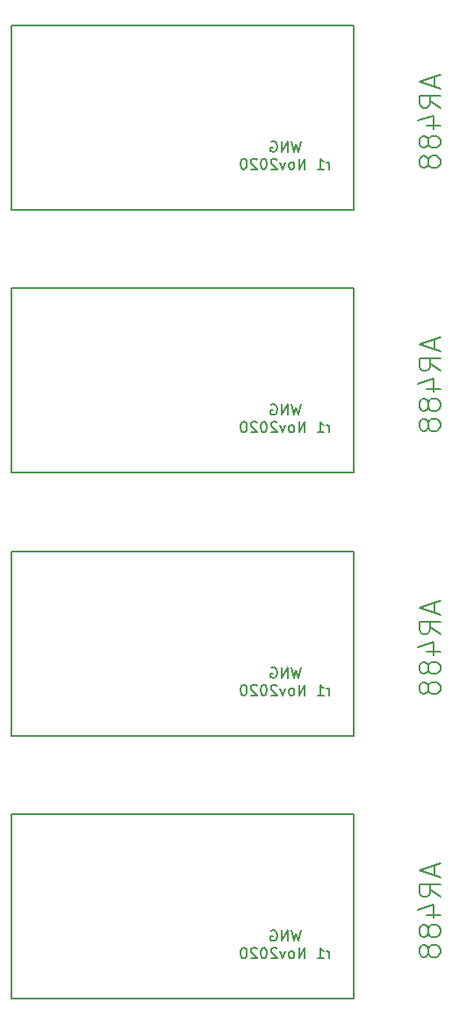
<source format=gbr>
G04 #@! TF.GenerationSoftware,KiCad,Pcbnew,5.1.7-a382d34a8~87~ubuntu20.04.1*
G04 #@! TF.CreationDate,2020-11-15T14:17:37+09:00*
G04 #@! TF.ProjectId,adapter-panel,61646170-7465-4722-9d70-616e656c2e6b,rev?*
G04 #@! TF.SameCoordinates,Original*
G04 #@! TF.FileFunction,Legend,Bot*
G04 #@! TF.FilePolarity,Positive*
%FSLAX46Y46*%
G04 Gerber Fmt 4.6, Leading zero omitted, Abs format (unit mm)*
G04 Created by KiCad (PCBNEW 5.1.7-a382d34a8~87~ubuntu20.04.1) date 2020-11-15 14:17:37*
%MOMM*%
%LPD*%
G01*
G04 APERTURE LIST*
%ADD10C,0.203200*%
%ADD11C,0.152400*%
%ADD12C,0.150000*%
G04 APERTURE END LIST*
D10*
X118058666Y-145847366D02*
X118058666Y-146814985D01*
X118639238Y-145653842D02*
X116607238Y-146331175D01*
X118639238Y-147008509D01*
X118639238Y-148846985D02*
X117671619Y-148169652D01*
X118639238Y-147685842D02*
X116607238Y-147685842D01*
X116607238Y-148459937D01*
X116704000Y-148653461D01*
X116800761Y-148750223D01*
X116994285Y-148846985D01*
X117284571Y-148846985D01*
X117478095Y-148750223D01*
X117574857Y-148653461D01*
X117671619Y-148459937D01*
X117671619Y-147685842D01*
X117284571Y-150588699D02*
X118639238Y-150588699D01*
X116510476Y-150104890D02*
X117961904Y-149621080D01*
X117961904Y-150878985D01*
X117478095Y-151943366D02*
X117381333Y-151749842D01*
X117284571Y-151653080D01*
X117091047Y-151556318D01*
X116994285Y-151556318D01*
X116800761Y-151653080D01*
X116704000Y-151749842D01*
X116607238Y-151943366D01*
X116607238Y-152330413D01*
X116704000Y-152523937D01*
X116800761Y-152620699D01*
X116994285Y-152717461D01*
X117091047Y-152717461D01*
X117284571Y-152620699D01*
X117381333Y-152523937D01*
X117478095Y-152330413D01*
X117478095Y-151943366D01*
X117574857Y-151749842D01*
X117671619Y-151653080D01*
X117865142Y-151556318D01*
X118252190Y-151556318D01*
X118445714Y-151653080D01*
X118542476Y-151749842D01*
X118639238Y-151943366D01*
X118639238Y-152330413D01*
X118542476Y-152523937D01*
X118445714Y-152620699D01*
X118252190Y-152717461D01*
X117865142Y-152717461D01*
X117671619Y-152620699D01*
X117574857Y-152523937D01*
X117478095Y-152330413D01*
X117478095Y-153878604D02*
X117381333Y-153685080D01*
X117284571Y-153588318D01*
X117091047Y-153491556D01*
X116994285Y-153491556D01*
X116800761Y-153588318D01*
X116704000Y-153685080D01*
X116607238Y-153878604D01*
X116607238Y-154265652D01*
X116704000Y-154459175D01*
X116800761Y-154555937D01*
X116994285Y-154652699D01*
X117091047Y-154652699D01*
X117284571Y-154555937D01*
X117381333Y-154459175D01*
X117478095Y-154265652D01*
X117478095Y-153878604D01*
X117574857Y-153685080D01*
X117671619Y-153588318D01*
X117865142Y-153491556D01*
X118252190Y-153491556D01*
X118445714Y-153588318D01*
X118542476Y-153685080D01*
X118639238Y-153878604D01*
X118639238Y-154265652D01*
X118542476Y-154459175D01*
X118445714Y-154555937D01*
X118252190Y-154652699D01*
X117865142Y-154652699D01*
X117671619Y-154555937D01*
X117574857Y-154459175D01*
X117478095Y-154265652D01*
D11*
X105174819Y-152081252D02*
X104932914Y-153097252D01*
X104739390Y-152371537D01*
X104545866Y-153097252D01*
X104303961Y-152081252D01*
X103916914Y-153097252D02*
X103916914Y-152081252D01*
X103336342Y-153097252D01*
X103336342Y-152081252D01*
X102320342Y-152129633D02*
X102417104Y-152081252D01*
X102562247Y-152081252D01*
X102707390Y-152129633D01*
X102804152Y-152226394D01*
X102852533Y-152323156D01*
X102900914Y-152516680D01*
X102900914Y-152661823D01*
X102852533Y-152855347D01*
X102804152Y-152952109D01*
X102707390Y-153048871D01*
X102562247Y-153097252D01*
X102465485Y-153097252D01*
X102320342Y-153048871D01*
X102271961Y-153000490D01*
X102271961Y-152661823D01*
X102465485Y-152661823D01*
X107956723Y-154773652D02*
X107956723Y-154096318D01*
X107956723Y-154289842D02*
X107908342Y-154193080D01*
X107859961Y-154144699D01*
X107763200Y-154096318D01*
X107666438Y-154096318D01*
X106795580Y-154773652D02*
X107376152Y-154773652D01*
X107085866Y-154773652D02*
X107085866Y-153757652D01*
X107182628Y-153902794D01*
X107279390Y-153999556D01*
X107376152Y-154047937D01*
X105586057Y-154773652D02*
X105586057Y-153757652D01*
X105005485Y-154773652D01*
X105005485Y-153757652D01*
X104376533Y-154773652D02*
X104473295Y-154725271D01*
X104521676Y-154676890D01*
X104570057Y-154580128D01*
X104570057Y-154289842D01*
X104521676Y-154193080D01*
X104473295Y-154144699D01*
X104376533Y-154096318D01*
X104231390Y-154096318D01*
X104134628Y-154144699D01*
X104086247Y-154193080D01*
X104037866Y-154289842D01*
X104037866Y-154580128D01*
X104086247Y-154676890D01*
X104134628Y-154725271D01*
X104231390Y-154773652D01*
X104376533Y-154773652D01*
X103699200Y-154096318D02*
X103457295Y-154773652D01*
X103215390Y-154096318D01*
X102876723Y-153854413D02*
X102828342Y-153806033D01*
X102731580Y-153757652D01*
X102489676Y-153757652D01*
X102392914Y-153806033D01*
X102344533Y-153854413D01*
X102296152Y-153951175D01*
X102296152Y-154047937D01*
X102344533Y-154193080D01*
X102925104Y-154773652D01*
X102296152Y-154773652D01*
X101667200Y-153757652D02*
X101570438Y-153757652D01*
X101473676Y-153806033D01*
X101425295Y-153854413D01*
X101376914Y-153951175D01*
X101328533Y-154144699D01*
X101328533Y-154386604D01*
X101376914Y-154580128D01*
X101425295Y-154676890D01*
X101473676Y-154725271D01*
X101570438Y-154773652D01*
X101667200Y-154773652D01*
X101763961Y-154725271D01*
X101812342Y-154676890D01*
X101860723Y-154580128D01*
X101909104Y-154386604D01*
X101909104Y-154144699D01*
X101860723Y-153951175D01*
X101812342Y-153854413D01*
X101763961Y-153806033D01*
X101667200Y-153757652D01*
X100941485Y-153854413D02*
X100893104Y-153806033D01*
X100796342Y-153757652D01*
X100554438Y-153757652D01*
X100457676Y-153806033D01*
X100409295Y-153854413D01*
X100360914Y-153951175D01*
X100360914Y-154047937D01*
X100409295Y-154193080D01*
X100989866Y-154773652D01*
X100360914Y-154773652D01*
X99731961Y-153757652D02*
X99635200Y-153757652D01*
X99538438Y-153806033D01*
X99490057Y-153854413D01*
X99441676Y-153951175D01*
X99393295Y-154144699D01*
X99393295Y-154386604D01*
X99441676Y-154580128D01*
X99490057Y-154676890D01*
X99538438Y-154725271D01*
X99635200Y-154773652D01*
X99731961Y-154773652D01*
X99828723Y-154725271D01*
X99877104Y-154676890D01*
X99925485Y-154580128D01*
X99973866Y-154386604D01*
X99973866Y-154144699D01*
X99925485Y-153951175D01*
X99877104Y-153854413D01*
X99828723Y-153806033D01*
X99731961Y-153757652D01*
D10*
X118058666Y-120487355D02*
X118058666Y-121454974D01*
X118639238Y-120293831D02*
X116607238Y-120971164D01*
X118639238Y-121648498D01*
X118639238Y-123486974D02*
X117671619Y-122809641D01*
X118639238Y-122325831D02*
X116607238Y-122325831D01*
X116607238Y-123099926D01*
X116704000Y-123293450D01*
X116800761Y-123390212D01*
X116994285Y-123486974D01*
X117284571Y-123486974D01*
X117478095Y-123390212D01*
X117574857Y-123293450D01*
X117671619Y-123099926D01*
X117671619Y-122325831D01*
X117284571Y-125228688D02*
X118639238Y-125228688D01*
X116510476Y-124744879D02*
X117961904Y-124261069D01*
X117961904Y-125518974D01*
X117478095Y-126583355D02*
X117381333Y-126389831D01*
X117284571Y-126293069D01*
X117091047Y-126196307D01*
X116994285Y-126196307D01*
X116800761Y-126293069D01*
X116704000Y-126389831D01*
X116607238Y-126583355D01*
X116607238Y-126970402D01*
X116704000Y-127163926D01*
X116800761Y-127260688D01*
X116994285Y-127357450D01*
X117091047Y-127357450D01*
X117284571Y-127260688D01*
X117381333Y-127163926D01*
X117478095Y-126970402D01*
X117478095Y-126583355D01*
X117574857Y-126389831D01*
X117671619Y-126293069D01*
X117865142Y-126196307D01*
X118252190Y-126196307D01*
X118445714Y-126293069D01*
X118542476Y-126389831D01*
X118639238Y-126583355D01*
X118639238Y-126970402D01*
X118542476Y-127163926D01*
X118445714Y-127260688D01*
X118252190Y-127357450D01*
X117865142Y-127357450D01*
X117671619Y-127260688D01*
X117574857Y-127163926D01*
X117478095Y-126970402D01*
X117478095Y-128518593D02*
X117381333Y-128325069D01*
X117284571Y-128228307D01*
X117091047Y-128131545D01*
X116994285Y-128131545D01*
X116800761Y-128228307D01*
X116704000Y-128325069D01*
X116607238Y-128518593D01*
X116607238Y-128905641D01*
X116704000Y-129099164D01*
X116800761Y-129195926D01*
X116994285Y-129292688D01*
X117091047Y-129292688D01*
X117284571Y-129195926D01*
X117381333Y-129099164D01*
X117478095Y-128905641D01*
X117478095Y-128518593D01*
X117574857Y-128325069D01*
X117671619Y-128228307D01*
X117865142Y-128131545D01*
X118252190Y-128131545D01*
X118445714Y-128228307D01*
X118542476Y-128325069D01*
X118639238Y-128518593D01*
X118639238Y-128905641D01*
X118542476Y-129099164D01*
X118445714Y-129195926D01*
X118252190Y-129292688D01*
X117865142Y-129292688D01*
X117671619Y-129195926D01*
X117574857Y-129099164D01*
X117478095Y-128905641D01*
D11*
X105174819Y-126721241D02*
X104932914Y-127737241D01*
X104739390Y-127011526D01*
X104545866Y-127737241D01*
X104303961Y-126721241D01*
X103916914Y-127737241D02*
X103916914Y-126721241D01*
X103336342Y-127737241D01*
X103336342Y-126721241D01*
X102320342Y-126769622D02*
X102417104Y-126721241D01*
X102562247Y-126721241D01*
X102707390Y-126769622D01*
X102804152Y-126866383D01*
X102852533Y-126963145D01*
X102900914Y-127156669D01*
X102900914Y-127301812D01*
X102852533Y-127495336D01*
X102804152Y-127592098D01*
X102707390Y-127688860D01*
X102562247Y-127737241D01*
X102465485Y-127737241D01*
X102320342Y-127688860D01*
X102271961Y-127640479D01*
X102271961Y-127301812D01*
X102465485Y-127301812D01*
X107956723Y-129413641D02*
X107956723Y-128736307D01*
X107956723Y-128929831D02*
X107908342Y-128833069D01*
X107859961Y-128784688D01*
X107763200Y-128736307D01*
X107666438Y-128736307D01*
X106795580Y-129413641D02*
X107376152Y-129413641D01*
X107085866Y-129413641D02*
X107085866Y-128397641D01*
X107182628Y-128542783D01*
X107279390Y-128639545D01*
X107376152Y-128687926D01*
X105586057Y-129413641D02*
X105586057Y-128397641D01*
X105005485Y-129413641D01*
X105005485Y-128397641D01*
X104376533Y-129413641D02*
X104473295Y-129365260D01*
X104521676Y-129316879D01*
X104570057Y-129220117D01*
X104570057Y-128929831D01*
X104521676Y-128833069D01*
X104473295Y-128784688D01*
X104376533Y-128736307D01*
X104231390Y-128736307D01*
X104134628Y-128784688D01*
X104086247Y-128833069D01*
X104037866Y-128929831D01*
X104037866Y-129220117D01*
X104086247Y-129316879D01*
X104134628Y-129365260D01*
X104231390Y-129413641D01*
X104376533Y-129413641D01*
X103699200Y-128736307D02*
X103457295Y-129413641D01*
X103215390Y-128736307D01*
X102876723Y-128494402D02*
X102828342Y-128446022D01*
X102731580Y-128397641D01*
X102489676Y-128397641D01*
X102392914Y-128446022D01*
X102344533Y-128494402D01*
X102296152Y-128591164D01*
X102296152Y-128687926D01*
X102344533Y-128833069D01*
X102925104Y-129413641D01*
X102296152Y-129413641D01*
X101667200Y-128397641D02*
X101570438Y-128397641D01*
X101473676Y-128446022D01*
X101425295Y-128494402D01*
X101376914Y-128591164D01*
X101328533Y-128784688D01*
X101328533Y-129026593D01*
X101376914Y-129220117D01*
X101425295Y-129316879D01*
X101473676Y-129365260D01*
X101570438Y-129413641D01*
X101667200Y-129413641D01*
X101763961Y-129365260D01*
X101812342Y-129316879D01*
X101860723Y-129220117D01*
X101909104Y-129026593D01*
X101909104Y-128784688D01*
X101860723Y-128591164D01*
X101812342Y-128494402D01*
X101763961Y-128446022D01*
X101667200Y-128397641D01*
X100941485Y-128494402D02*
X100893104Y-128446022D01*
X100796342Y-128397641D01*
X100554438Y-128397641D01*
X100457676Y-128446022D01*
X100409295Y-128494402D01*
X100360914Y-128591164D01*
X100360914Y-128687926D01*
X100409295Y-128833069D01*
X100989866Y-129413641D01*
X100360914Y-129413641D01*
X99731961Y-128397641D02*
X99635200Y-128397641D01*
X99538438Y-128446022D01*
X99490057Y-128494402D01*
X99441676Y-128591164D01*
X99393295Y-128784688D01*
X99393295Y-129026593D01*
X99441676Y-129220117D01*
X99490057Y-129316879D01*
X99538438Y-129365260D01*
X99635200Y-129413641D01*
X99731961Y-129413641D01*
X99828723Y-129365260D01*
X99877104Y-129316879D01*
X99925485Y-129220117D01*
X99973866Y-129026593D01*
X99973866Y-128784688D01*
X99925485Y-128591164D01*
X99877104Y-128494402D01*
X99828723Y-128446022D01*
X99731961Y-128397641D01*
D10*
X118058666Y-95127344D02*
X118058666Y-96094963D01*
X118639238Y-94933820D02*
X116607238Y-95611153D01*
X118639238Y-96288487D01*
X118639238Y-98126963D02*
X117671619Y-97449630D01*
X118639238Y-96965820D02*
X116607238Y-96965820D01*
X116607238Y-97739915D01*
X116704000Y-97933439D01*
X116800761Y-98030201D01*
X116994285Y-98126963D01*
X117284571Y-98126963D01*
X117478095Y-98030201D01*
X117574857Y-97933439D01*
X117671619Y-97739915D01*
X117671619Y-96965820D01*
X117284571Y-99868677D02*
X118639238Y-99868677D01*
X116510476Y-99384868D02*
X117961904Y-98901058D01*
X117961904Y-100158963D01*
X117478095Y-101223344D02*
X117381333Y-101029820D01*
X117284571Y-100933058D01*
X117091047Y-100836296D01*
X116994285Y-100836296D01*
X116800761Y-100933058D01*
X116704000Y-101029820D01*
X116607238Y-101223344D01*
X116607238Y-101610391D01*
X116704000Y-101803915D01*
X116800761Y-101900677D01*
X116994285Y-101997439D01*
X117091047Y-101997439D01*
X117284571Y-101900677D01*
X117381333Y-101803915D01*
X117478095Y-101610391D01*
X117478095Y-101223344D01*
X117574857Y-101029820D01*
X117671619Y-100933058D01*
X117865142Y-100836296D01*
X118252190Y-100836296D01*
X118445714Y-100933058D01*
X118542476Y-101029820D01*
X118639238Y-101223344D01*
X118639238Y-101610391D01*
X118542476Y-101803915D01*
X118445714Y-101900677D01*
X118252190Y-101997439D01*
X117865142Y-101997439D01*
X117671619Y-101900677D01*
X117574857Y-101803915D01*
X117478095Y-101610391D01*
X117478095Y-103158582D02*
X117381333Y-102965058D01*
X117284571Y-102868296D01*
X117091047Y-102771534D01*
X116994285Y-102771534D01*
X116800761Y-102868296D01*
X116704000Y-102965058D01*
X116607238Y-103158582D01*
X116607238Y-103545630D01*
X116704000Y-103739153D01*
X116800761Y-103835915D01*
X116994285Y-103932677D01*
X117091047Y-103932677D01*
X117284571Y-103835915D01*
X117381333Y-103739153D01*
X117478095Y-103545630D01*
X117478095Y-103158582D01*
X117574857Y-102965058D01*
X117671619Y-102868296D01*
X117865142Y-102771534D01*
X118252190Y-102771534D01*
X118445714Y-102868296D01*
X118542476Y-102965058D01*
X118639238Y-103158582D01*
X118639238Y-103545630D01*
X118542476Y-103739153D01*
X118445714Y-103835915D01*
X118252190Y-103932677D01*
X117865142Y-103932677D01*
X117671619Y-103835915D01*
X117574857Y-103739153D01*
X117478095Y-103545630D01*
D11*
X105174819Y-101361230D02*
X104932914Y-102377230D01*
X104739390Y-101651515D01*
X104545866Y-102377230D01*
X104303961Y-101361230D01*
X103916914Y-102377230D02*
X103916914Y-101361230D01*
X103336342Y-102377230D01*
X103336342Y-101361230D01*
X102320342Y-101409611D02*
X102417104Y-101361230D01*
X102562247Y-101361230D01*
X102707390Y-101409611D01*
X102804152Y-101506372D01*
X102852533Y-101603134D01*
X102900914Y-101796658D01*
X102900914Y-101941801D01*
X102852533Y-102135325D01*
X102804152Y-102232087D01*
X102707390Y-102328849D01*
X102562247Y-102377230D01*
X102465485Y-102377230D01*
X102320342Y-102328849D01*
X102271961Y-102280468D01*
X102271961Y-101941801D01*
X102465485Y-101941801D01*
X107956723Y-104053630D02*
X107956723Y-103376296D01*
X107956723Y-103569820D02*
X107908342Y-103473058D01*
X107859961Y-103424677D01*
X107763200Y-103376296D01*
X107666438Y-103376296D01*
X106795580Y-104053630D02*
X107376152Y-104053630D01*
X107085866Y-104053630D02*
X107085866Y-103037630D01*
X107182628Y-103182772D01*
X107279390Y-103279534D01*
X107376152Y-103327915D01*
X105586057Y-104053630D02*
X105586057Y-103037630D01*
X105005485Y-104053630D01*
X105005485Y-103037630D01*
X104376533Y-104053630D02*
X104473295Y-104005249D01*
X104521676Y-103956868D01*
X104570057Y-103860106D01*
X104570057Y-103569820D01*
X104521676Y-103473058D01*
X104473295Y-103424677D01*
X104376533Y-103376296D01*
X104231390Y-103376296D01*
X104134628Y-103424677D01*
X104086247Y-103473058D01*
X104037866Y-103569820D01*
X104037866Y-103860106D01*
X104086247Y-103956868D01*
X104134628Y-104005249D01*
X104231390Y-104053630D01*
X104376533Y-104053630D01*
X103699200Y-103376296D02*
X103457295Y-104053630D01*
X103215390Y-103376296D01*
X102876723Y-103134391D02*
X102828342Y-103086011D01*
X102731580Y-103037630D01*
X102489676Y-103037630D01*
X102392914Y-103086011D01*
X102344533Y-103134391D01*
X102296152Y-103231153D01*
X102296152Y-103327915D01*
X102344533Y-103473058D01*
X102925104Y-104053630D01*
X102296152Y-104053630D01*
X101667200Y-103037630D02*
X101570438Y-103037630D01*
X101473676Y-103086011D01*
X101425295Y-103134391D01*
X101376914Y-103231153D01*
X101328533Y-103424677D01*
X101328533Y-103666582D01*
X101376914Y-103860106D01*
X101425295Y-103956868D01*
X101473676Y-104005249D01*
X101570438Y-104053630D01*
X101667200Y-104053630D01*
X101763961Y-104005249D01*
X101812342Y-103956868D01*
X101860723Y-103860106D01*
X101909104Y-103666582D01*
X101909104Y-103424677D01*
X101860723Y-103231153D01*
X101812342Y-103134391D01*
X101763961Y-103086011D01*
X101667200Y-103037630D01*
X100941485Y-103134391D02*
X100893104Y-103086011D01*
X100796342Y-103037630D01*
X100554438Y-103037630D01*
X100457676Y-103086011D01*
X100409295Y-103134391D01*
X100360914Y-103231153D01*
X100360914Y-103327915D01*
X100409295Y-103473058D01*
X100989866Y-104053630D01*
X100360914Y-104053630D01*
X99731961Y-103037630D02*
X99635200Y-103037630D01*
X99538438Y-103086011D01*
X99490057Y-103134391D01*
X99441676Y-103231153D01*
X99393295Y-103424677D01*
X99393295Y-103666582D01*
X99441676Y-103860106D01*
X99490057Y-103956868D01*
X99538438Y-104005249D01*
X99635200Y-104053630D01*
X99731961Y-104053630D01*
X99828723Y-104005249D01*
X99877104Y-103956868D01*
X99925485Y-103860106D01*
X99973866Y-103666582D01*
X99973866Y-103424677D01*
X99925485Y-103231153D01*
X99877104Y-103134391D01*
X99828723Y-103086011D01*
X99731961Y-103037630D01*
D10*
X118058666Y-69767333D02*
X118058666Y-70734952D01*
X118639238Y-69573809D02*
X116607238Y-70251142D01*
X118639238Y-70928476D01*
X118639238Y-72766952D02*
X117671619Y-72089619D01*
X118639238Y-71605809D02*
X116607238Y-71605809D01*
X116607238Y-72379904D01*
X116704000Y-72573428D01*
X116800761Y-72670190D01*
X116994285Y-72766952D01*
X117284571Y-72766952D01*
X117478095Y-72670190D01*
X117574857Y-72573428D01*
X117671619Y-72379904D01*
X117671619Y-71605809D01*
X117284571Y-74508666D02*
X118639238Y-74508666D01*
X116510476Y-74024857D02*
X117961904Y-73541047D01*
X117961904Y-74798952D01*
X117478095Y-75863333D02*
X117381333Y-75669809D01*
X117284571Y-75573047D01*
X117091047Y-75476285D01*
X116994285Y-75476285D01*
X116800761Y-75573047D01*
X116704000Y-75669809D01*
X116607238Y-75863333D01*
X116607238Y-76250380D01*
X116704000Y-76443904D01*
X116800761Y-76540666D01*
X116994285Y-76637428D01*
X117091047Y-76637428D01*
X117284571Y-76540666D01*
X117381333Y-76443904D01*
X117478095Y-76250380D01*
X117478095Y-75863333D01*
X117574857Y-75669809D01*
X117671619Y-75573047D01*
X117865142Y-75476285D01*
X118252190Y-75476285D01*
X118445714Y-75573047D01*
X118542476Y-75669809D01*
X118639238Y-75863333D01*
X118639238Y-76250380D01*
X118542476Y-76443904D01*
X118445714Y-76540666D01*
X118252190Y-76637428D01*
X117865142Y-76637428D01*
X117671619Y-76540666D01*
X117574857Y-76443904D01*
X117478095Y-76250380D01*
X117478095Y-77798571D02*
X117381333Y-77605047D01*
X117284571Y-77508285D01*
X117091047Y-77411523D01*
X116994285Y-77411523D01*
X116800761Y-77508285D01*
X116704000Y-77605047D01*
X116607238Y-77798571D01*
X116607238Y-78185619D01*
X116704000Y-78379142D01*
X116800761Y-78475904D01*
X116994285Y-78572666D01*
X117091047Y-78572666D01*
X117284571Y-78475904D01*
X117381333Y-78379142D01*
X117478095Y-78185619D01*
X117478095Y-77798571D01*
X117574857Y-77605047D01*
X117671619Y-77508285D01*
X117865142Y-77411523D01*
X118252190Y-77411523D01*
X118445714Y-77508285D01*
X118542476Y-77605047D01*
X118639238Y-77798571D01*
X118639238Y-78185619D01*
X118542476Y-78379142D01*
X118445714Y-78475904D01*
X118252190Y-78572666D01*
X117865142Y-78572666D01*
X117671619Y-78475904D01*
X117574857Y-78379142D01*
X117478095Y-78185619D01*
D11*
X105174819Y-76001219D02*
X104932914Y-77017219D01*
X104739390Y-76291504D01*
X104545866Y-77017219D01*
X104303961Y-76001219D01*
X103916914Y-77017219D02*
X103916914Y-76001219D01*
X103336342Y-77017219D01*
X103336342Y-76001219D01*
X102320342Y-76049600D02*
X102417104Y-76001219D01*
X102562247Y-76001219D01*
X102707390Y-76049600D01*
X102804152Y-76146361D01*
X102852533Y-76243123D01*
X102900914Y-76436647D01*
X102900914Y-76581790D01*
X102852533Y-76775314D01*
X102804152Y-76872076D01*
X102707390Y-76968838D01*
X102562247Y-77017219D01*
X102465485Y-77017219D01*
X102320342Y-76968838D01*
X102271961Y-76920457D01*
X102271961Y-76581790D01*
X102465485Y-76581790D01*
X107956723Y-78693619D02*
X107956723Y-78016285D01*
X107956723Y-78209809D02*
X107908342Y-78113047D01*
X107859961Y-78064666D01*
X107763200Y-78016285D01*
X107666438Y-78016285D01*
X106795580Y-78693619D02*
X107376152Y-78693619D01*
X107085866Y-78693619D02*
X107085866Y-77677619D01*
X107182628Y-77822761D01*
X107279390Y-77919523D01*
X107376152Y-77967904D01*
X105586057Y-78693619D02*
X105586057Y-77677619D01*
X105005485Y-78693619D01*
X105005485Y-77677619D01*
X104376533Y-78693619D02*
X104473295Y-78645238D01*
X104521676Y-78596857D01*
X104570057Y-78500095D01*
X104570057Y-78209809D01*
X104521676Y-78113047D01*
X104473295Y-78064666D01*
X104376533Y-78016285D01*
X104231390Y-78016285D01*
X104134628Y-78064666D01*
X104086247Y-78113047D01*
X104037866Y-78209809D01*
X104037866Y-78500095D01*
X104086247Y-78596857D01*
X104134628Y-78645238D01*
X104231390Y-78693619D01*
X104376533Y-78693619D01*
X103699200Y-78016285D02*
X103457295Y-78693619D01*
X103215390Y-78016285D01*
X102876723Y-77774380D02*
X102828342Y-77726000D01*
X102731580Y-77677619D01*
X102489676Y-77677619D01*
X102392914Y-77726000D01*
X102344533Y-77774380D01*
X102296152Y-77871142D01*
X102296152Y-77967904D01*
X102344533Y-78113047D01*
X102925104Y-78693619D01*
X102296152Y-78693619D01*
X101667200Y-77677619D02*
X101570438Y-77677619D01*
X101473676Y-77726000D01*
X101425295Y-77774380D01*
X101376914Y-77871142D01*
X101328533Y-78064666D01*
X101328533Y-78306571D01*
X101376914Y-78500095D01*
X101425295Y-78596857D01*
X101473676Y-78645238D01*
X101570438Y-78693619D01*
X101667200Y-78693619D01*
X101763961Y-78645238D01*
X101812342Y-78596857D01*
X101860723Y-78500095D01*
X101909104Y-78306571D01*
X101909104Y-78064666D01*
X101860723Y-77871142D01*
X101812342Y-77774380D01*
X101763961Y-77726000D01*
X101667200Y-77677619D01*
X100941485Y-77774380D02*
X100893104Y-77726000D01*
X100796342Y-77677619D01*
X100554438Y-77677619D01*
X100457676Y-77726000D01*
X100409295Y-77774380D01*
X100360914Y-77871142D01*
X100360914Y-77967904D01*
X100409295Y-78113047D01*
X100989866Y-78693619D01*
X100360914Y-78693619D01*
X99731961Y-77677619D02*
X99635200Y-77677619D01*
X99538438Y-77726000D01*
X99490057Y-77774380D01*
X99441676Y-77871142D01*
X99393295Y-78064666D01*
X99393295Y-78306571D01*
X99441676Y-78500095D01*
X99490057Y-78596857D01*
X99538438Y-78645238D01*
X99635200Y-78693619D01*
X99731961Y-78693619D01*
X99828723Y-78645238D01*
X99877104Y-78596857D01*
X99925485Y-78500095D01*
X99973866Y-78306571D01*
X99973866Y-78064666D01*
X99925485Y-77871142D01*
X99877104Y-77774380D01*
X99828723Y-77726000D01*
X99731961Y-77677619D01*
D12*
G04 #@! TO.C,U1*
X77283200Y-140902833D02*
X110303200Y-140902833D01*
X77283200Y-140902833D02*
X77283200Y-158682833D01*
X77283200Y-158682833D02*
X110303200Y-158682833D01*
X110303200Y-158682833D02*
X110303200Y-140902833D01*
X77283200Y-115542822D02*
X110303200Y-115542822D01*
X77283200Y-115542822D02*
X77283200Y-133322822D01*
X77283200Y-133322822D02*
X110303200Y-133322822D01*
X110303200Y-133322822D02*
X110303200Y-115542822D01*
X77283200Y-90182811D02*
X110303200Y-90182811D01*
X77283200Y-90182811D02*
X77283200Y-107962811D01*
X77283200Y-107962811D02*
X110303200Y-107962811D01*
X110303200Y-107962811D02*
X110303200Y-90182811D01*
X77283200Y-64822800D02*
X110303200Y-64822800D01*
X77283200Y-64822800D02*
X77283200Y-82602800D01*
X77283200Y-82602800D02*
X110303200Y-82602800D01*
X110303200Y-82602800D02*
X110303200Y-64822800D01*
G04 #@! TD*
M02*

</source>
